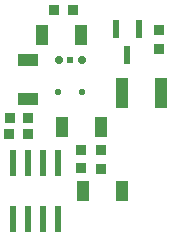
<source format=gtp>
%FSLAX42Y42*%
%MOMM*%
G71*
G01*
G75*
G04 Layer_Color=8421504*
%ADD10R,0.60X1.55*%
%ADD11R,0.89X0.89*%
%ADD12R,0.89X0.89*%
%ADD13R,1.10X2.50*%
%ADD14C,0.56*%
%ADD15C,0.61*%
%ADD16C,0.72*%
%ADD17R,0.60X2.20*%
%ADD18R,1.10X1.70*%
%ADD19R,1.70X1.10*%
%ADD20C,0.50*%
%ADD21C,0.25*%
%ADD22C,2.00*%
%ADD23R,1.50X1.50*%
%ADD24C,1.50*%
%ADD25C,1.22*%
%ADD26C,0.70*%
%ADD27C,0.25*%
%ADD28C,0.20*%
%ADD29C,0.10*%
D10*
X575Y472D02*
D03*
X385D02*
D03*
X480Y247D02*
D03*
D11*
X750Y460D02*
D03*
Y303D02*
D03*
X90Y-550D02*
D03*
Y-707D02*
D03*
X260Y-710D02*
D03*
Y-553D02*
D03*
D12*
X-140Y630D02*
D03*
X17D02*
D03*
X-360Y-280D02*
D03*
X-518D02*
D03*
X-520Y-420D02*
D03*
X-362D02*
D03*
D13*
X430Y-70D02*
D03*
X760D02*
D03*
D14*
X98Y-64D02*
D03*
X-105D02*
D03*
D15*
X-3Y210D02*
D03*
D16*
X93D02*
D03*
X-100D02*
D03*
D17*
X-110Y-660D02*
D03*
X-237D02*
D03*
X-363D02*
D03*
X-491D02*
D03*
X-110Y-1140D02*
D03*
X-237D02*
D03*
X-363D02*
D03*
X-491D02*
D03*
D18*
X430Y-900D02*
D03*
X100D02*
D03*
X90Y420D02*
D03*
X-240D02*
D03*
X260Y-360D02*
D03*
X-70D02*
D03*
D19*
X-360Y210D02*
D03*
Y-120D02*
D03*
M02*

</source>
